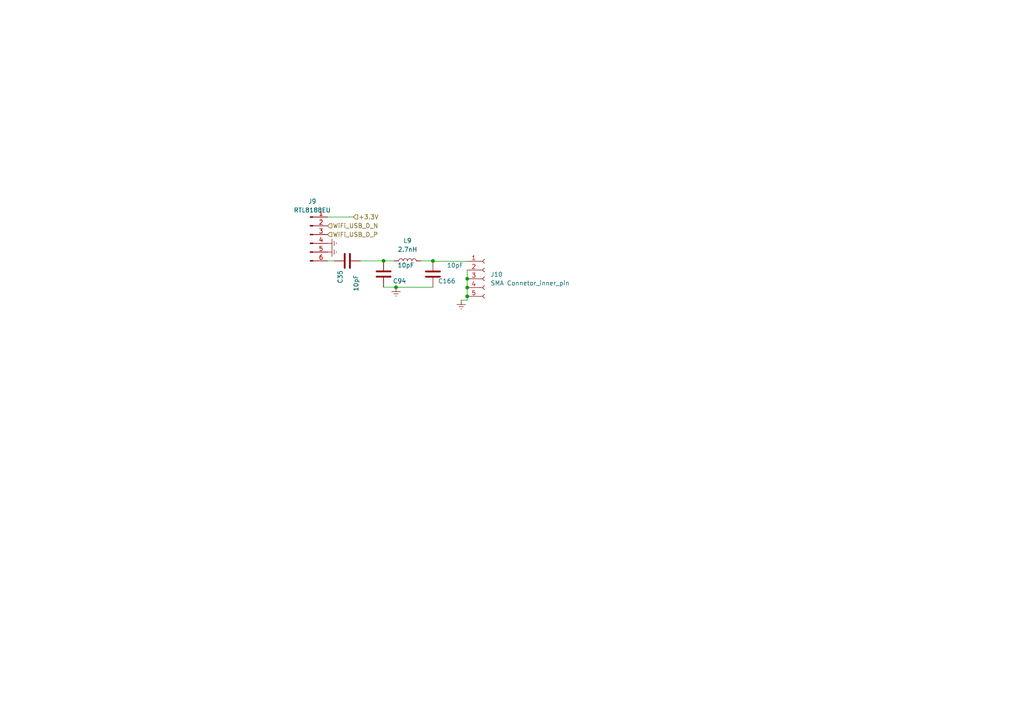
<source format=kicad_sch>
(kicad_sch (version 20231120) (generator "eeschema") (generator_version "8.0")
  (paper "A4")
  (lib_symbols
    (symbol "Connector:Conn_01x05_Socket" (pin_names (offset 1.016) hide)
      (property "Reference" "J" (at 0 7.62 0))
      (property "Value" "Conn_01x05_Socket" (at 0 -7.62 0))
      (symbol "Conn_01x05_Socket_1_1"
        (arc (start 0 -4.572) (mid -0.5058 -5.08) (end 0 -5.588) (stroke (width 0.1524)))
        (arc (start 0 -2.032) (mid -0.5058 -2.54) (end 0 -3.048) (stroke (width 0.1524)))
        (polyline (pts (xy -1.27 -5.08) (xy -0.508 -5.08)) (stroke (width 0.1524)))
        (polyline (pts (xy -1.27 -2.54) (xy -0.508 -2.54)) (stroke (width 0.1524)))
        (polyline (pts (xy -1.27 0) (xy -0.508 0)) (stroke (width 0.1524)))
        (polyline (pts (xy -1.27 2.54) (xy -0.508 2.54)) (stroke (width 0.1524)))
        (polyline (pts (xy -1.27 5.08) (xy -0.508 5.08)) (stroke (width 0.1524)))
        (arc (start 0 0.508) (mid -0.5058 0) (end 0 -0.508) (stroke (width 0.1524)))
        (arc (start 0 3.048) (mid -0.5058 2.54) (end 0 2.032) (stroke (width 0.1524)))
        (arc (start 0 5.588) (mid -0.5058 5.08) (end 0 4.572) (stroke (width 0.1524)))
        (pin passive line (at -5.08 5.08 0) (length 3.81) (name "Pin_1") (number "1"))
        (pin passive line (at -5.08 2.54 0) (length 3.81) (name "Pin_2") (number "2"))
        (pin passive line (at -5.08 0 0) (length 3.81) (name "Pin_3") (number "3"))
        (pin passive line (at -5.08 -2.54 0) (length 3.81) (name "Pin_4") (number "4"))
        (pin passive line (at -5.08 -5.08 0) (length 3.81) (name "Pin_5") (number "5"))
      )
    )
    (symbol "Connector:Conn_01x06_Pin" (pin_names (offset 1.016) hide)
      (property "Reference" "J" (at 0 7.62 0))
      (property "Value" "Conn_01x06_Pin" (at 0 -10.16 0))
      (symbol "Conn_01x06_Pin_1_1"
        (polyline (pts (xy 1.27 -7.62) (xy 0.8636 -7.62)) (stroke (width 0.1524)))
        (polyline (pts (xy 1.27 -5.08) (xy 0.8636 -5.08)) (stroke (width 0.1524)))
        (polyline (pts (xy 1.27 -2.54) (xy 0.8636 -2.54)) (stroke (width 0.1524)))
        (polyline (pts (xy 1.27 0) (xy 0.8636 0)) (stroke (width 0.1524)))
        (polyline (pts (xy 1.27 2.54) (xy 0.8636 2.54)) (stroke (width 0.1524)))
        (polyline (pts (xy 1.27 5.08) (xy 0.8636 5.08)) (stroke (width 0.1524)))
        (rectangle (start 0.8636 -7.493) (end 0 -7.747) (stroke (width 0.1524)) (fill (type outline)))
        (rectangle (start 0.8636 -4.953) (end 0 -5.207) (stroke (width 0.1524)) (fill (type outline)))
        (rectangle (start 0.8636 -2.413) (end 0 -2.667) (stroke (width 0.1524)) (fill (type outline)))
        (rectangle (start 0.8636 0.127) (end 0 -0.127) (stroke (width 0.1524)) (fill (type outline)))
        (rectangle (start 0.8636 2.667) (end 0 2.413) (stroke (width 0.1524)) (fill (type outline)))
        (rectangle (start 0.8636 5.207) (end 0 4.953) (stroke (width 0.1524)) (fill (type outline)))
        (pin passive line (at 5.08 5.08 180) (length 3.81) (name "Pin_1") (number "1"))
        (pin passive line (at 5.08 2.54 180) (length 3.81) (name "Pin_2") (number "2"))
        (pin passive line (at 5.08 0 180) (length 3.81) (name "Pin_3") (number "3"))
        (pin passive line (at 5.08 -2.54 180) (length 3.81) (name "Pin_4") (number "4"))
        (pin passive line (at 5.08 -5.08 180) (length 3.81) (name "Pin_5") (number "5"))
        (pin passive line (at 5.08 -7.62 180) (length 3.81) (name "Pin_6") (number "6"))
      )
    )
    (symbol "Device:C" (pin_numbers hide) (pin_names (offset 0.254))
      (property "Reference" "C" (at 0.635 2.54 0))
      (property "Value" "C" (at 0.635 -2.54 0))
      (symbol "C_0_1"
        (polyline (pts (xy -2.032 -0.762) (xy 2.032 -0.762)) (stroke (width 0.508)))
        (polyline (pts (xy -2.032 0.762) (xy 2.032 0.762)) (stroke (width 0.508)))
      )
      (symbol "C_1_1"
        (pin passive line (at 0 3.81 270) (length 2.794) (name "~") (number "1"))
        (pin passive line (at 0 -3.81 90) (length 2.794) (name "~") (number "2"))
      )
    )
    (symbol "Device:L" (pin_numbers hide) (pin_names (offset 1.016) hide)
      (property "Reference" "L" (at -1.27 0 90))
      (property "Value" "L" (at 1.905 0 90))
      (symbol "L_0_1"
        (arc (start 0 -2.54) (mid 0.6323 -1.905) (end 0 -1.27))
        (arc (start 0 -1.27) (mid 0.6323 -0.635) (end 0 0))
        (arc (start 0 0) (mid 0.6323 0.635) (end 0 1.27))
        (arc (start 0 1.27) (mid 0.6323 1.905) (end 0 2.54))
      )
      (symbol "L_1_1"
        (pin passive line (at 0 3.81 270) (length 1.27) (name "1") (number "1"))
        (pin passive line (at 0 -3.81 90) (length 1.27) (name "2") (number "2"))
      )
    )
    (symbol "power:Earth" (power) (pin_names (offset 0))
      (symbol "Earth_0_1"
        (polyline (pts (xy -0.635 -1.905) (xy 0.635 -1.905)))
        (polyline (pts (xy -0.127 -2.54) (xy 0.127 -2.54)))
        (polyline (pts (xy 0 -1.27) (xy 0 0)))
        (polyline (pts (xy 1.27 -1.27) (xy -1.27 -1.27)))
      )
      (symbol "Earth_1_1"
        (pin power_in line (at 0 0 270) (length 0) hide (name "Earth") (number "1"))
      )
    )
  )
  (junction (at 125.5635 75.6923))
  (junction (at 111.2547 75.6661))
  (junction (at 135.5099 83.4044))
  (junction (at 135.5099 80.8644))
  (junction (at 135.5099 85.9444))
  (junction (at 114.8596 83.3123))
  (wire (pts (xy 125.5635 83.3123) (xy 114.8596 83.3123)))
  (wire (pts (xy 111.2547 83.2861) (xy 114.8596 83.2861)))
  (wire (pts (xy 125.5635 75.6923) (xy 125.5635 75.6649)))
  (wire (pts (xy 101.2385 62.9318) (xy 102.5085 62.9318)))
  (wire (pts (xy 125.5635 75.6649) (xy 122.0011 75.6649)))
  (wire (pts (xy 111.2547 75.6661) (xy 114.3811 75.6661)))
  (wire (pts (xy 104.5436 75.6661) (xy 111.2547 75.6661)))
  (wire (pts (xy 125.5635 75.7844) (xy 125.5635 75.6923)))
  (wire (pts (xy 135.5099 80.8644) (xy 135.5099 83.4044)))
  (wire (pts (xy 135.5099 87.0593) (xy 133.7764 87.0593)))
  (wire (pts (xy 135.5099 78.3244) (xy 135.5099 80.8644)))
  (wire (pts (xy 96.9236 75.6661) (xy 95.018 75.6661)))
  (wire (pts (xy 114.8596 83.2861) (xy 114.8596 83.3123)))
  (wire (pts (xy 135.5099 83.4044) (xy 135.5099 85.9444)))
  (wire (pts (xy 135.5099 85.9444) (xy 135.5099 87.0593)))
  (wire (pts (xy 135.5099 75.7844) (xy 125.5635 75.7844)))
  (wire (pts (xy 101.2385 62.9529) (xy 95.018 62.9529)))
  (wire (pts (xy 114.3811 75.6661) (xy 114.3811 75.6649)))
  (wire (pts (xy 95.018 75.6661) (xy 95.018 75.6529)))
  (wire (pts (xy 101.2385 62.9318) (xy 101.2385 62.9529)))
  (hierarchical_label "WiFi_USB_D_P" (shape input) (at 95.018 68.0329 0))
  (hierarchical_label "+3.3V" (shape input) (at 102.5085 62.9318 0))
  (hierarchical_label "WiFi_USB_D_N" (shape input) (at 95.018 65.4929 0))
  (symbol (lib_id "Device:L") (at 118.1911 75.6649 90) (unit 1)
    (property "Reference" "L9" (at 118.1911 69.8225 90))
    (property "Value" "2.7nH" (at 118.1911 72.3625 90))
    (property "Footprint" "Inductor_SMD:L_0603_1608Metric" (effects (hide yes)))
    (property "Description" "Inductor" (effects (hide yes)))
    (property "MPN" "SDCL1608C2N7STDF" (effects (hide yes)))
  )
  (symbol (lib_id "Device:C") (at 111.2547 79.4761 0) (unit 1)
    (property "Reference" "C94" (at 117.8587 81.5081 0) (effects (justify right)))
    (property "Value" "10pF" (at 120.1447 76.9361 0) (effects (justify right)))
    (property "Footprint" "Capacitor_SMD:C_0603_1608Metric" (effects (hide yes)))
    (property "MPN" "CC0603JRNPO9BN100" (effects (hide yes)))
  )
  (symbol (lib_id "power:Earth") (at 133.7764 87.0593 0) (unit 1)
    (property "Reference" "#PWR0206" (effects (hide yes)))
    (property "Value" "Earth" (effects (hide yes)))
    (property "Description" "Power symbol creates a global label with name \"Earth\"" (effects (hide yes)))
  )
  (symbol (lib_id "power:Earth") (at 95.018 73.1129 90) (unit 1)
    (property "Reference" "#PWR0137" (effects (hide yes)))
    (property "Value" "Earth" (effects (hide yes)))
    (property "Description" "Power symbol creates a global label with name \"Earth\"" (effects (hide yes)))
  )
  (symbol (lib_id "Connector:Conn_01x06_Pin") (at 89.938 68.0329 0) (unit 1)
    (property "Reference" "J9" (at 90.573 58.42 0))
    (property "Value" "RTL8188EU" (at 90.573 60.96 0))
    (property "Footprint" "RTL8188EU:RTL8188EU" (effects (hide yes)))
    (property "Description" "Generic connector, single row, 01x06, script generated" (effects (hide yes)))
    (property "MPN" "RTL8188EUS 模块" (effects (hide yes)))
  )
  (symbol (lib_id "Device:C") (at 100.7336 75.6661 270) (unit 1)
    (property "Reference" "C35" (at 98.7016 82.2701 0) (effects (justify right)))
    (property "Value" "10pF" (at 103.2736 84.5561 0) (effects (justify right)))
    (property "Footprint" "Capacitor_SMD:C_0603_1608Metric" (effects (hide yes)))
    (property "MPN" "CC0603JRNPO9BN100" (effects (hide yes)))
  )
  (symbol (lib_id "power:Earth") (at 95.018 70.5729 90) (unit 1)
    (property "Reference" "#PWR041" (effects (hide yes)))
    (property "Value" "Earth" (effects (hide yes)))
    (property "Description" "Power symbol creates a global label with name \"Earth\"" (effects (hide yes)))
  )
  (symbol (lib_id "Connector:Conn_01x05_Socket") (at 140.5899 80.8644 0) (unit 1)
    (property "Reference" "J10" (at 142.24 79.5943 0) (effects (justify left)))
    (property "Value" "SMA Connetor_inner_pin" (at 142.24 82.1343 0) (effects (justify left)))
    (property "Footprint" "Connector_Coaxial:SMA_Connector_inner_pin_right_angle" (effects (hide yes)))
    (property "Description" "Generic connector, single row, 01x05, script generated" (effects (hide yes)))
    (property "MPN" "SMA-KWE  内针" (effects (hide yes)))
  )
  (symbol (lib_id "power:Earth") (at 114.8596 83.3123 0) (unit 1)
    (property "Reference" "#PWR0205" (effects (hide yes)))
    (property "Value" "Earth" (effects (hide yes)))
    (property "Description" "Power symbol creates a global label with name \"Earth\"" (effects (hide yes)))
  )
  (symbol (lib_id "Device:C") (at 125.5635 79.5023 0) (unit 1)
    (property "Reference" "C166" (at 132.1675 81.5343 0) (effects (justify right)))
    (property "Value" "10pF" (at 134.4535 76.9623 0) (effects (justify right)))
    (property "Footprint" "Capacitor_SMD:C_0603_1608Metric" (effects (hide yes)))
    (property "MPN" "CC0603JRNPO9BN100" (effects (hide yes)))
  )
)
</source>
